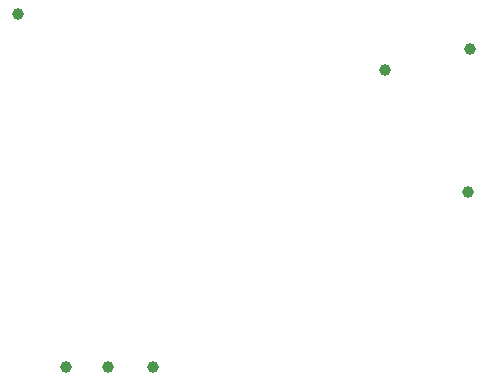
<source format=gbp>
G04 #@! TF.GenerationSoftware,KiCad,Pcbnew,(5.1.9-0-10_14)*
G04 #@! TF.CreationDate,2021-04-21T20:11:12+02:00*
G04 #@! TF.ProjectId,ledTruck,6c656454-7275-4636-9b2e-6b696361645f,1.1*
G04 #@! TF.SameCoordinates,Original*
G04 #@! TF.FileFunction,Paste,Bot*
G04 #@! TF.FilePolarity,Positive*
%FSLAX46Y46*%
G04 Gerber Fmt 4.6, Leading zero omitted, Abs format (unit mm)*
G04 Created by KiCad (PCBNEW (5.1.9-0-10_14)) date 2021-04-21 20:11:12*
%MOMM*%
%LPD*%
G01*
G04 APERTURE LIST*
%ADD10C,1.000000*%
G04 APERTURE END LIST*
D10*
X59385200Y-5232400D03*
X21056600Y-2286000D03*
X32512000Y-32131000D03*
X28702000Y-32131000D03*
X25146000Y-32131000D03*
X52197000Y-6985000D03*
X59232800Y-17322800D03*
M02*

</source>
